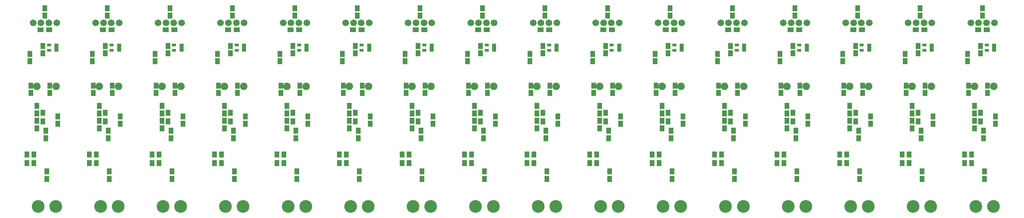
<source format=gbr>
G75*
G70*
%OFA0B0*%
%FSLAX25Y25*%
%IPPOS*%
%LPD*%
%AMOC8*
5,1,8,0,0,1.08239X$1,22.5*
%
%ADD14R,0.06299X0.05118*%
%ADD18C,0.12795*%
%ADD21C,0.07480*%
%ADD29R,0.04528X0.06299*%
%ADD34C,0.06724*%
%ADD35R,0.05118X0.06299*%
%ADD37C,0.00394*%
%ADD45R,0.04331X0.03150*%
%LPD*%X0000000Y0000000D02*
%LPD*%
G01*
D37*
D29*
X0025614Y0084712D03*
X0025614Y0077232D03*
X0037614Y0099212D03*
X0037614Y0091732D03*
X0026614Y0043712D03*
X0026614Y0036232D03*
X0016614Y0094712D03*
X0016614Y0087232D03*
X0016614Y0102232D03*
X0016614Y0109712D03*
X0010614Y0130212D03*
X0010614Y0122732D03*
X0029614Y0130212D03*
X0029614Y0122732D03*
X0009614Y0154732D03*
X0009614Y0162212D03*
D35*
X0022614Y0094141D03*
X0022614Y0102803D03*
X0006614Y0052141D03*
X0006614Y0060803D03*
X0013614Y0052141D03*
X0013614Y0060803D03*
D18*
X0035472Y0008472D03*
X0017756Y0008472D03*
D34*
X0036425Y0193472D03*
X0028551Y0193472D03*
X0020677Y0193472D03*
X0012803Y0193472D03*
D45*
X0036354Y0171031D03*
X0036354Y0168472D03*
X0036354Y0165913D03*
X0028874Y0165913D03*
X0028874Y0171031D03*
D21*
X0016614Y0129472D03*
X0035827Y0129472D03*
D29*
X0022614Y0170212D03*
X0022614Y0162732D03*
X0024614Y0200732D03*
X0024614Y0208212D03*
D14*
X0028945Y0186472D03*
X0020283Y0186472D03*
%LPD*%X0062756Y0000000D02*
%LPD*%
G01*
D37*
D29*
X0088370Y0084712D03*
X0088370Y0077232D03*
X0100370Y0099212D03*
X0100370Y0091732D03*
X0089370Y0043712D03*
X0089370Y0036232D03*
X0079370Y0094712D03*
X0079370Y0087232D03*
X0079370Y0102232D03*
X0079370Y0109712D03*
X0073370Y0130212D03*
X0073370Y0122732D03*
X0092370Y0130212D03*
X0092370Y0122732D03*
X0072370Y0154732D03*
X0072370Y0162212D03*
D35*
X0085370Y0094141D03*
X0085370Y0102803D03*
X0069370Y0052141D03*
X0069370Y0060803D03*
X0076370Y0052141D03*
X0076370Y0060803D03*
D18*
X0098228Y0008472D03*
X0080512Y0008472D03*
D34*
X0099181Y0193472D03*
X0091307Y0193472D03*
X0083433Y0193472D03*
X0075559Y0193472D03*
D45*
X0099110Y0171031D03*
X0099110Y0168472D03*
X0099110Y0165913D03*
X0091630Y0165913D03*
X0091630Y0171031D03*
D21*
X0079370Y0129472D03*
X0098583Y0129472D03*
D29*
X0085370Y0170212D03*
X0085370Y0162732D03*
X0087370Y0200732D03*
X0087370Y0208212D03*
D14*
X0091701Y0186472D03*
X0083039Y0186472D03*
%LPD*%X0125512Y0000000D02*
%LPD*%
G01*
D37*
D29*
X0151126Y0084712D03*
X0151126Y0077232D03*
X0163126Y0099212D03*
X0163126Y0091732D03*
X0152126Y0043712D03*
X0152126Y0036232D03*
X0142126Y0094712D03*
X0142126Y0087232D03*
X0142126Y0102232D03*
X0142126Y0109712D03*
X0136126Y0130212D03*
X0136126Y0122732D03*
X0155126Y0130212D03*
X0155126Y0122732D03*
X0135126Y0154732D03*
X0135126Y0162212D03*
D35*
X0148126Y0094141D03*
X0148126Y0102803D03*
X0132126Y0052141D03*
X0132126Y0060803D03*
X0139126Y0052141D03*
X0139126Y0060803D03*
D18*
X0160984Y0008472D03*
X0143268Y0008472D03*
D34*
X0161937Y0193472D03*
X0154063Y0193472D03*
X0146189Y0193472D03*
X0138315Y0193472D03*
D45*
X0161866Y0171031D03*
X0161866Y0168472D03*
X0161866Y0165913D03*
X0154386Y0165913D03*
X0154386Y0171031D03*
D21*
X0142126Y0129472D03*
X0161339Y0129472D03*
D29*
X0148126Y0170212D03*
X0148126Y0162732D03*
X0150126Y0200732D03*
X0150126Y0208212D03*
D14*
X0154457Y0186472D03*
X0145795Y0186472D03*
%LPD*%X0188268Y0000000D02*
%LPD*%
G01*
D37*
D29*
X0213882Y0084712D03*
X0213882Y0077232D03*
X0225882Y0099212D03*
X0225882Y0091732D03*
X0214882Y0043712D03*
X0214882Y0036232D03*
X0204882Y0094712D03*
X0204882Y0087232D03*
X0204882Y0102232D03*
X0204882Y0109712D03*
X0198882Y0130212D03*
X0198882Y0122732D03*
X0217882Y0130212D03*
X0217882Y0122732D03*
X0197882Y0154732D03*
X0197882Y0162212D03*
D35*
X0210882Y0094141D03*
X0210882Y0102803D03*
X0194882Y0052141D03*
X0194882Y0060803D03*
X0201882Y0052141D03*
X0201882Y0060803D03*
D18*
X0223740Y0008472D03*
X0206024Y0008472D03*
D34*
X0224693Y0193472D03*
X0216819Y0193472D03*
X0208945Y0193472D03*
X0201071Y0193472D03*
D45*
X0224622Y0171031D03*
X0224622Y0168472D03*
X0224622Y0165913D03*
X0217142Y0165913D03*
X0217142Y0171031D03*
D21*
X0204882Y0129472D03*
X0224095Y0129472D03*
D29*
X0210882Y0170212D03*
X0210882Y0162732D03*
X0212882Y0200732D03*
X0212882Y0208212D03*
D14*
X0217213Y0186472D03*
X0208551Y0186472D03*
%LPD*%X0251024Y0000000D02*
%LPD*%
G01*
D37*
D29*
X0276638Y0084712D03*
X0276638Y0077232D03*
X0288638Y0099212D03*
X0288638Y0091732D03*
X0277638Y0043712D03*
X0277638Y0036232D03*
X0267638Y0094712D03*
X0267638Y0087232D03*
X0267638Y0102232D03*
X0267638Y0109712D03*
X0261638Y0130212D03*
X0261638Y0122732D03*
X0280638Y0130212D03*
X0280638Y0122732D03*
X0260638Y0154732D03*
X0260638Y0162212D03*
D35*
X0273638Y0094141D03*
X0273638Y0102803D03*
X0257638Y0052141D03*
X0257638Y0060803D03*
X0264638Y0052141D03*
X0264638Y0060803D03*
D18*
X0286496Y0008472D03*
X0268780Y0008472D03*
D34*
X0287449Y0193472D03*
X0279575Y0193472D03*
X0271701Y0193472D03*
X0263827Y0193472D03*
D45*
X0287378Y0171031D03*
X0287378Y0168472D03*
X0287378Y0165913D03*
X0279898Y0165913D03*
X0279898Y0171031D03*
D21*
X0267638Y0129472D03*
X0286851Y0129472D03*
D29*
X0273638Y0170212D03*
X0273638Y0162732D03*
X0275638Y0200732D03*
X0275638Y0208212D03*
D14*
X0279969Y0186472D03*
X0271307Y0186472D03*
%LPD*%X0313780Y0000000D02*
%LPD*%
G01*
D37*
D29*
X0339394Y0084712D03*
X0339394Y0077232D03*
X0351394Y0099212D03*
X0351394Y0091732D03*
X0340394Y0043712D03*
X0340394Y0036232D03*
X0330394Y0094712D03*
X0330394Y0087232D03*
X0330394Y0102232D03*
X0330394Y0109712D03*
X0324394Y0130212D03*
X0324394Y0122732D03*
X0343394Y0130212D03*
X0343394Y0122732D03*
X0323394Y0154732D03*
X0323394Y0162212D03*
D35*
X0336394Y0094141D03*
X0336394Y0102803D03*
X0320394Y0052141D03*
X0320394Y0060803D03*
X0327394Y0052141D03*
X0327394Y0060803D03*
D18*
X0349252Y0008472D03*
X0331536Y0008472D03*
D34*
X0350205Y0193472D03*
X0342331Y0193472D03*
X0334457Y0193472D03*
X0326583Y0193472D03*
D45*
X0350134Y0171031D03*
X0350134Y0168472D03*
X0350134Y0165913D03*
X0342654Y0165913D03*
X0342654Y0171031D03*
D21*
X0330394Y0129472D03*
X0349607Y0129472D03*
D29*
X0336394Y0170212D03*
X0336394Y0162732D03*
X0338394Y0200732D03*
X0338394Y0208212D03*
D14*
X0342725Y0186472D03*
X0334063Y0186472D03*
%LPD*%X0376536Y0000000D02*
%LPD*%
G01*
D37*
D29*
X0402150Y0084712D03*
X0402150Y0077232D03*
X0414150Y0099212D03*
X0414150Y0091732D03*
X0403150Y0043712D03*
X0403150Y0036232D03*
X0393150Y0094712D03*
X0393150Y0087232D03*
X0393150Y0102232D03*
X0393150Y0109712D03*
X0387150Y0130212D03*
X0387150Y0122732D03*
X0406150Y0130212D03*
X0406150Y0122732D03*
X0386150Y0154732D03*
X0386150Y0162212D03*
D35*
X0399150Y0094141D03*
X0399150Y0102803D03*
X0383150Y0052141D03*
X0383150Y0060803D03*
X0390150Y0052141D03*
X0390150Y0060803D03*
D18*
X0412008Y0008472D03*
X0394292Y0008472D03*
D34*
X0412961Y0193472D03*
X0405087Y0193472D03*
X0397213Y0193472D03*
X0389339Y0193472D03*
D45*
X0412890Y0171031D03*
X0412890Y0168472D03*
X0412890Y0165913D03*
X0405410Y0165913D03*
X0405410Y0171031D03*
D21*
X0393150Y0129472D03*
X0412363Y0129472D03*
D29*
X0399150Y0170212D03*
X0399150Y0162732D03*
X0401150Y0200732D03*
X0401150Y0208212D03*
D14*
X0405481Y0186472D03*
X0396819Y0186472D03*
%LPD*%X0439292Y0000000D02*
%LPD*%
G01*
D37*
D29*
X0464906Y0084712D03*
X0464906Y0077232D03*
X0476906Y0099212D03*
X0476906Y0091732D03*
X0465906Y0043712D03*
X0465906Y0036232D03*
X0455906Y0094712D03*
X0455906Y0087232D03*
X0455906Y0102232D03*
X0455906Y0109712D03*
X0449906Y0130212D03*
X0449906Y0122732D03*
X0468906Y0130212D03*
X0468906Y0122732D03*
X0448906Y0154732D03*
X0448906Y0162212D03*
D35*
X0461906Y0094141D03*
X0461906Y0102803D03*
X0445906Y0052141D03*
X0445906Y0060803D03*
X0452906Y0052141D03*
X0452906Y0060803D03*
D18*
X0474764Y0008472D03*
X0457048Y0008472D03*
D34*
X0475717Y0193472D03*
X0467843Y0193472D03*
X0459969Y0193472D03*
X0452095Y0193472D03*
D45*
X0475646Y0171031D03*
X0475646Y0168472D03*
X0475646Y0165913D03*
X0468166Y0165913D03*
X0468166Y0171031D03*
D21*
X0455906Y0129472D03*
X0475119Y0129472D03*
D29*
X0461906Y0170212D03*
X0461906Y0162732D03*
X0463906Y0200732D03*
X0463906Y0208212D03*
D14*
X0468237Y0186472D03*
X0459575Y0186472D03*
%LPD*%X0502048Y0000000D02*
%LPD*%
G01*
D37*
D29*
X0527662Y0084712D03*
X0527662Y0077232D03*
X0539662Y0099212D03*
X0539662Y0091732D03*
X0528662Y0043712D03*
X0528662Y0036232D03*
X0518662Y0094712D03*
X0518662Y0087232D03*
X0518662Y0102232D03*
X0518662Y0109712D03*
X0512662Y0130212D03*
X0512662Y0122732D03*
X0531662Y0130212D03*
X0531662Y0122732D03*
X0511662Y0154732D03*
X0511662Y0162212D03*
D35*
X0524662Y0094141D03*
X0524662Y0102803D03*
X0508662Y0052141D03*
X0508662Y0060803D03*
X0515662Y0052141D03*
X0515662Y0060803D03*
D18*
X0537520Y0008472D03*
X0519804Y0008472D03*
D34*
X0538473Y0193472D03*
X0530599Y0193472D03*
X0522725Y0193472D03*
X0514851Y0193472D03*
D45*
X0538402Y0171031D03*
X0538402Y0168472D03*
X0538402Y0165913D03*
X0530922Y0165913D03*
X0530922Y0171031D03*
D21*
X0518662Y0129472D03*
X0537875Y0129472D03*
D29*
X0524662Y0170212D03*
X0524662Y0162732D03*
X0526662Y0200732D03*
X0526662Y0208212D03*
D14*
X0530993Y0186472D03*
X0522331Y0186472D03*
%LPD*%X0564804Y0000000D02*
%LPD*%
G01*
D37*
D29*
X0590418Y0084712D03*
X0590418Y0077232D03*
X0602418Y0099212D03*
X0602418Y0091732D03*
X0591418Y0043712D03*
X0591418Y0036232D03*
X0581418Y0094712D03*
X0581418Y0087232D03*
X0581418Y0102232D03*
X0581418Y0109712D03*
X0575418Y0130212D03*
X0575418Y0122732D03*
X0594418Y0130212D03*
X0594418Y0122732D03*
X0574418Y0154732D03*
X0574418Y0162212D03*
D35*
X0587418Y0094141D03*
X0587418Y0102803D03*
X0571418Y0052141D03*
X0571418Y0060803D03*
X0578418Y0052141D03*
X0578418Y0060803D03*
D18*
X0600276Y0008472D03*
X0582560Y0008472D03*
D34*
X0601229Y0193472D03*
X0593355Y0193472D03*
X0585481Y0193472D03*
X0577607Y0193472D03*
D45*
X0601158Y0171031D03*
X0601158Y0168472D03*
X0601158Y0165913D03*
X0593678Y0165913D03*
X0593678Y0171031D03*
D21*
X0581418Y0129472D03*
X0600631Y0129472D03*
D29*
X0587418Y0170212D03*
X0587418Y0162732D03*
X0589418Y0200732D03*
X0589418Y0208212D03*
D14*
X0593749Y0186472D03*
X0585087Y0186472D03*
%LPD*%X0627560Y0000000D02*
%LPD*%
G01*
D37*
D29*
X0653174Y0084712D03*
X0653174Y0077232D03*
X0665174Y0099212D03*
X0665174Y0091732D03*
X0654174Y0043712D03*
X0654174Y0036232D03*
X0644174Y0094712D03*
X0644174Y0087232D03*
X0644174Y0102232D03*
X0644174Y0109712D03*
X0638174Y0130212D03*
X0638174Y0122732D03*
X0657174Y0130212D03*
X0657174Y0122732D03*
X0637174Y0154732D03*
X0637174Y0162212D03*
D35*
X0650174Y0094141D03*
X0650174Y0102803D03*
X0634174Y0052141D03*
X0634174Y0060803D03*
X0641174Y0052141D03*
X0641174Y0060803D03*
D18*
X0663032Y0008472D03*
X0645316Y0008472D03*
D34*
X0663985Y0193472D03*
X0656111Y0193472D03*
X0648237Y0193472D03*
X0640363Y0193472D03*
D45*
X0663914Y0171031D03*
X0663914Y0168472D03*
X0663914Y0165913D03*
X0656434Y0165913D03*
X0656434Y0171031D03*
D21*
X0644174Y0129472D03*
X0663387Y0129472D03*
D29*
X0650174Y0170212D03*
X0650174Y0162732D03*
X0652174Y0200732D03*
X0652174Y0208212D03*
D14*
X0656505Y0186472D03*
X0647843Y0186472D03*
%LPD*%X0690316Y0000000D02*
%LPD*%
G01*
D37*
D29*
X0715930Y0084712D03*
X0715930Y0077232D03*
X0727930Y0099212D03*
X0727930Y0091732D03*
X0716930Y0043712D03*
X0716930Y0036232D03*
X0706930Y0094712D03*
X0706930Y0087232D03*
X0706930Y0102232D03*
X0706930Y0109712D03*
X0700930Y0130212D03*
X0700930Y0122732D03*
X0719930Y0130212D03*
X0719930Y0122732D03*
X0699930Y0154732D03*
X0699930Y0162212D03*
D35*
X0712930Y0094141D03*
X0712930Y0102803D03*
X0696930Y0052141D03*
X0696930Y0060803D03*
X0703930Y0052141D03*
X0703930Y0060803D03*
D18*
X0725788Y0008472D03*
X0708072Y0008472D03*
D34*
X0726741Y0193472D03*
X0718867Y0193472D03*
X0710993Y0193472D03*
X0703119Y0193472D03*
D45*
X0726670Y0171031D03*
X0726670Y0168472D03*
X0726670Y0165913D03*
X0719190Y0165913D03*
X0719190Y0171031D03*
D21*
X0706930Y0129472D03*
X0726143Y0129472D03*
D29*
X0712930Y0170212D03*
X0712930Y0162732D03*
X0714930Y0200732D03*
X0714930Y0208212D03*
D14*
X0719261Y0186472D03*
X0710599Y0186472D03*
%LPD*%X0753072Y0000000D02*
%LPD*%
G01*
D37*
D29*
X0778686Y0084712D03*
X0778686Y0077232D03*
X0790686Y0099212D03*
X0790686Y0091732D03*
X0779686Y0043712D03*
X0779686Y0036232D03*
X0769686Y0094712D03*
X0769686Y0087232D03*
X0769686Y0102232D03*
X0769686Y0109712D03*
X0763686Y0130212D03*
X0763686Y0122732D03*
X0782686Y0130212D03*
X0782686Y0122732D03*
X0762686Y0154732D03*
X0762686Y0162212D03*
D35*
X0775686Y0094141D03*
X0775686Y0102803D03*
X0759686Y0052141D03*
X0759686Y0060803D03*
X0766686Y0052141D03*
X0766686Y0060803D03*
D18*
X0788544Y0008472D03*
X0770828Y0008472D03*
D34*
X0789497Y0193472D03*
X0781623Y0193472D03*
X0773749Y0193472D03*
X0765875Y0193472D03*
D45*
X0789426Y0171031D03*
X0789426Y0168472D03*
X0789426Y0165913D03*
X0781946Y0165913D03*
X0781946Y0171031D03*
D21*
X0769686Y0129472D03*
X0788899Y0129472D03*
D29*
X0775686Y0170212D03*
X0775686Y0162732D03*
X0777686Y0200732D03*
X0777686Y0208212D03*
D14*
X0782017Y0186472D03*
X0773355Y0186472D03*
%LPD*%X0815828Y0000000D02*
%LPD*%
G01*
D37*
D29*
X0841442Y0084712D03*
X0841442Y0077232D03*
X0853442Y0099212D03*
X0853442Y0091732D03*
X0842442Y0043712D03*
X0842442Y0036232D03*
X0832442Y0094712D03*
X0832442Y0087232D03*
X0832442Y0102232D03*
X0832442Y0109712D03*
X0826442Y0130212D03*
X0826442Y0122732D03*
X0845442Y0130212D03*
X0845442Y0122732D03*
X0825442Y0154732D03*
X0825442Y0162212D03*
D35*
X0838442Y0094141D03*
X0838442Y0102803D03*
X0822442Y0052141D03*
X0822442Y0060803D03*
X0829442Y0052141D03*
X0829442Y0060803D03*
D18*
X0851300Y0008472D03*
X0833584Y0008472D03*
D34*
X0852253Y0193472D03*
X0844379Y0193472D03*
X0836505Y0193472D03*
X0828631Y0193472D03*
D45*
X0852182Y0171031D03*
X0852182Y0168472D03*
X0852182Y0165913D03*
X0844702Y0165913D03*
X0844702Y0171031D03*
D21*
X0832442Y0129472D03*
X0851655Y0129472D03*
D29*
X0838442Y0170212D03*
X0838442Y0162732D03*
X0840442Y0200732D03*
X0840442Y0208212D03*
D14*
X0844773Y0186472D03*
X0836111Y0186472D03*
%LPD*%X0878584Y0000000D02*
%LPD*%
G01*
D37*
D29*
X0904198Y0084712D03*
X0904198Y0077232D03*
X0916198Y0099212D03*
X0916198Y0091732D03*
X0905198Y0043712D03*
X0905198Y0036232D03*
X0895198Y0094712D03*
X0895198Y0087232D03*
X0895198Y0102232D03*
X0895198Y0109712D03*
X0889198Y0130212D03*
X0889198Y0122732D03*
X0908198Y0130212D03*
X0908198Y0122732D03*
X0888198Y0154732D03*
X0888198Y0162212D03*
D35*
X0901198Y0094141D03*
X0901198Y0102803D03*
X0885198Y0052141D03*
X0885198Y0060803D03*
X0892198Y0052141D03*
X0892198Y0060803D03*
D18*
X0914056Y0008472D03*
X0896340Y0008472D03*
D34*
X0915009Y0193472D03*
X0907135Y0193472D03*
X0899261Y0193472D03*
X0891387Y0193472D03*
D45*
X0914938Y0171031D03*
X0914938Y0168472D03*
X0914938Y0165913D03*
X0907458Y0165913D03*
X0907458Y0171031D03*
D21*
X0895198Y0129472D03*
X0914411Y0129472D03*
D29*
X0901198Y0170212D03*
X0901198Y0162732D03*
X0903198Y0200732D03*
X0903198Y0208212D03*
D14*
X0907529Y0186472D03*
X0898867Y0186472D03*
%LPD*%X0941340Y0000000D02*
%LPD*%
G01*
D37*
D29*
X0966954Y0084712D03*
X0966954Y0077232D03*
X0978954Y0099212D03*
X0978954Y0091732D03*
X0967954Y0043712D03*
X0967954Y0036232D03*
X0957954Y0094712D03*
X0957954Y0087232D03*
X0957954Y0102232D03*
X0957954Y0109712D03*
X0951954Y0130212D03*
X0951954Y0122732D03*
X0970954Y0130212D03*
X0970954Y0122732D03*
X0950954Y0154732D03*
X0950954Y0162212D03*
D35*
X0963954Y0094141D03*
X0963954Y0102803D03*
X0947954Y0052141D03*
X0947954Y0060803D03*
X0954954Y0052141D03*
X0954954Y0060803D03*
D18*
X0976812Y0008472D03*
X0959096Y0008472D03*
D34*
X0977765Y0193472D03*
X0969891Y0193472D03*
X0962017Y0193472D03*
X0954143Y0193472D03*
D45*
X0977694Y0171031D03*
X0977694Y0168472D03*
X0977694Y0165913D03*
X0970214Y0165913D03*
X0970214Y0171031D03*
D21*
X0957954Y0129472D03*
X0977167Y0129472D03*
D29*
X0963954Y0170212D03*
X0963954Y0162732D03*
X0965954Y0200732D03*
X0965954Y0208212D03*
D14*
X0970285Y0186472D03*
X0961623Y0186472D03*
M02*

</source>
